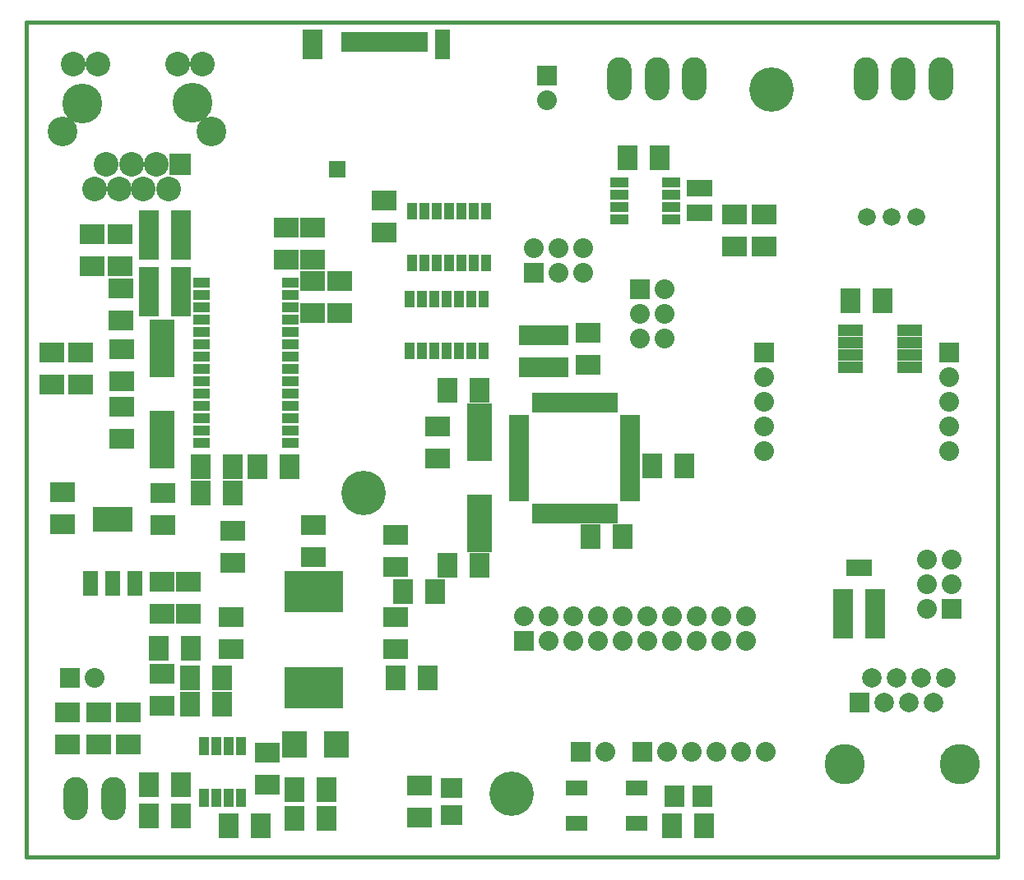
<source format=gts>
G04 (created by PCBNEW (2013-mar-13)-testing) date sam. 22 juin 2013 19:31:32 CEST*
%MOIN*%
G04 Gerber Fmt 3.4, Leading zero omitted, Abs format*
%FSLAX34Y34*%
G01*
G70*
G90*
G04 APERTURE LIST*
%ADD10C,0.005906*%
%ADD11C,0.015000*%
%ADD12R,0.047600X0.079100*%
%ADD13R,0.079100X0.122400*%
%ADD14R,0.059400X0.122400*%
%ADD15R,0.067200X0.067200*%
%ADD16R,0.098700X0.236500*%
%ADD17R,0.036000X0.080000*%
%ADD18R,0.080000X0.036000*%
%ADD19R,0.080000X0.100000*%
%ADD20R,0.100000X0.080000*%
%ADD21R,0.080000X0.080000*%
%ADD22C,0.080000*%
%ADD23R,0.082900X0.090900*%
%ADD24R,0.058000X0.070000*%
%ADD25R,0.118400X0.171600*%
%ADD26R,0.164000X0.100000*%
%ADD27R,0.060000X0.100000*%
%ADD28R,0.043600X0.075100*%
%ADD29R,0.070000X0.040000*%
%ADD30R,0.040000X0.065000*%
%ADD31R,0.090900X0.063300*%
%ADD32O,0.098000X0.176000*%
%ADD33C,0.161700*%
%ADD34R,0.090000X0.090000*%
%ADD35C,0.100000*%
%ADD36C,0.120000*%
%ADD37R,0.098700X0.110600*%
%ADD38R,0.090900X0.082900*%
%ADD39R,0.075100X0.043600*%
%ADD40R,0.100000X0.046000*%
%ADD41C,0.072000*%
%ADD42C,0.163700*%
%ADD43R,0.079100X0.079100*%
%ADD44C,0.079100*%
%ADD45C,0.180000*%
G04 APERTURE END LIST*
G54D10*
G54D11*
X52362Y-44488D02*
X12992Y-44488D01*
X52362Y-10629D02*
X52362Y-44488D01*
X52362Y-10629D02*
X12992Y-10629D01*
X12992Y-44488D02*
X12992Y-10629D01*
G54D12*
X25990Y-11430D03*
X26423Y-11430D03*
X26856Y-11430D03*
X27289Y-11430D03*
X27722Y-11430D03*
X28156Y-11430D03*
X28589Y-11430D03*
X29022Y-11430D03*
G54D13*
X24612Y-11509D03*
G54D14*
X29848Y-11509D03*
G54D15*
X25596Y-16588D03*
G54D16*
X31367Y-27238D03*
X31367Y-30938D03*
G54D17*
X35225Y-26051D03*
X34910Y-26051D03*
X34595Y-26051D03*
X34280Y-26051D03*
X33965Y-26051D03*
X33650Y-26051D03*
X35540Y-26051D03*
X35855Y-26051D03*
X36170Y-26051D03*
X36485Y-26051D03*
X36800Y-26051D03*
X35225Y-30551D03*
X34910Y-30551D03*
X34595Y-30551D03*
X34280Y-30551D03*
X33965Y-30551D03*
X33650Y-30551D03*
X35540Y-30551D03*
X35855Y-30551D03*
X36170Y-30551D03*
X36485Y-30551D03*
X36800Y-30551D03*
G54D18*
X32975Y-28301D03*
X37475Y-28301D03*
X32975Y-28616D03*
X37475Y-28616D03*
X37475Y-28931D03*
X32975Y-28931D03*
X32975Y-29246D03*
X37475Y-29246D03*
X37475Y-29561D03*
X32975Y-29561D03*
X32975Y-29876D03*
X37475Y-29876D03*
X37475Y-27986D03*
X32975Y-27986D03*
X32975Y-27671D03*
X37475Y-27671D03*
X37475Y-27356D03*
X32975Y-27356D03*
X32975Y-27041D03*
X37475Y-27041D03*
X37475Y-26726D03*
X32975Y-26726D03*
G54D19*
X46100Y-34100D03*
X47400Y-34100D03*
X46100Y-35100D03*
X47400Y-35100D03*
G54D20*
X34450Y-23300D03*
X34450Y-24600D03*
X35750Y-24500D03*
X35750Y-23200D03*
G54D19*
X39150Y-43225D03*
X40450Y-43225D03*
X37165Y-31496D03*
X35865Y-31496D03*
X31350Y-32650D03*
X30050Y-32650D03*
X31350Y-25550D03*
X30050Y-25550D03*
X38350Y-28600D03*
X39650Y-28600D03*
G54D20*
X29650Y-28300D03*
X29650Y-27000D03*
G54D21*
X42900Y-24025D03*
G54D22*
X42900Y-25025D03*
X42900Y-26025D03*
X42900Y-27025D03*
X42900Y-28025D03*
G54D21*
X50400Y-24025D03*
G54D22*
X50400Y-25025D03*
X50400Y-26025D03*
X50400Y-27025D03*
X50400Y-28025D03*
G54D21*
X35450Y-40200D03*
G54D22*
X36450Y-40200D03*
G54D21*
X37950Y-40200D03*
G54D22*
X38950Y-40200D03*
X39950Y-40200D03*
X40950Y-40200D03*
X41950Y-40200D03*
X42950Y-40200D03*
G54D23*
X40384Y-42000D03*
X39266Y-42000D03*
G54D21*
X50500Y-34425D03*
G54D22*
X49500Y-34425D03*
X50500Y-33425D03*
X49500Y-33425D03*
X50500Y-32425D03*
X49500Y-32425D03*
G54D21*
X37846Y-21440D03*
G54D22*
X38846Y-21440D03*
X37846Y-22440D03*
X38846Y-22440D03*
X37846Y-23440D03*
X38846Y-23440D03*
G54D24*
X47000Y-32750D03*
X46500Y-32750D03*
G54D25*
X24054Y-37628D03*
X25236Y-37628D03*
X25236Y-33710D03*
X24054Y-33710D03*
G54D26*
X16506Y-30768D03*
G54D27*
X16506Y-33368D03*
X17406Y-33368D03*
X15606Y-33368D03*
G54D28*
X21694Y-42073D03*
X21694Y-39973D03*
X21194Y-42073D03*
X20694Y-42073D03*
X20194Y-42073D03*
X21194Y-39973D03*
X20694Y-39973D03*
X20194Y-39973D03*
G54D29*
X23689Y-27685D03*
X23689Y-27185D03*
X23689Y-26685D03*
X23689Y-26185D03*
X23689Y-25685D03*
X23689Y-25185D03*
X23689Y-24685D03*
X23689Y-24185D03*
X23689Y-23685D03*
X23689Y-23185D03*
X23689Y-22685D03*
X23689Y-22185D03*
X23689Y-21685D03*
X23689Y-21185D03*
X20089Y-21185D03*
X20089Y-21685D03*
X20089Y-22185D03*
X20089Y-22685D03*
X20089Y-23185D03*
X20089Y-23685D03*
X20089Y-24185D03*
X20089Y-24685D03*
X20089Y-25185D03*
X20089Y-25685D03*
X20089Y-26185D03*
X20089Y-26685D03*
X20089Y-27185D03*
X20089Y-27685D03*
G54D30*
X28519Y-23934D03*
X29019Y-23934D03*
X29519Y-23934D03*
X30019Y-23934D03*
X30519Y-23934D03*
X31019Y-23934D03*
X31519Y-23934D03*
X31519Y-21834D03*
X31019Y-21834D03*
X30519Y-21834D03*
X30019Y-21834D03*
X29519Y-21834D03*
X29019Y-21834D03*
X28519Y-21834D03*
G54D19*
X20925Y-38287D03*
X19625Y-38287D03*
G54D20*
X18503Y-38346D03*
X18503Y-37046D03*
X18500Y-33325D03*
X18500Y-34625D03*
G54D19*
X23857Y-41732D03*
X25157Y-41732D03*
X19625Y-37204D03*
X20925Y-37204D03*
X19646Y-36023D03*
X18346Y-36023D03*
X21200Y-43208D03*
X22500Y-43208D03*
X23857Y-42913D03*
X25157Y-42913D03*
X28250Y-33700D03*
X29550Y-33700D03*
G54D20*
X21350Y-32550D03*
X21350Y-31250D03*
X27950Y-32700D03*
X27950Y-31400D03*
X24645Y-32303D03*
X24645Y-31003D03*
X17125Y-39921D03*
X17125Y-38621D03*
G54D19*
X17952Y-42814D03*
X19252Y-42814D03*
G54D20*
X24606Y-22401D03*
X24606Y-21101D03*
X16850Y-23864D03*
X16850Y-25164D03*
X16850Y-27526D03*
X16850Y-26226D03*
G54D19*
X19250Y-22050D03*
X17950Y-22050D03*
X19250Y-21050D03*
X17950Y-21050D03*
X20050Y-29700D03*
X21350Y-29700D03*
G54D20*
X16830Y-22697D03*
X16830Y-21397D03*
G54D19*
X21350Y-28650D03*
X20050Y-28650D03*
G54D20*
X23523Y-20236D03*
X23523Y-18936D03*
X25688Y-22401D03*
X25688Y-21101D03*
X19550Y-33325D03*
X19550Y-34625D03*
X24606Y-20236D03*
X24606Y-18936D03*
X15650Y-19200D03*
X15650Y-20500D03*
X16800Y-20500D03*
X16800Y-19200D03*
G54D19*
X17950Y-19750D03*
X19250Y-19750D03*
X17950Y-18750D03*
X19250Y-18750D03*
G54D20*
X14015Y-25322D03*
X14015Y-24022D03*
X15196Y-25322D03*
X15196Y-24022D03*
X15944Y-39921D03*
X15944Y-38621D03*
X18543Y-31004D03*
X18543Y-29704D03*
G54D19*
X17952Y-41535D03*
X19252Y-41535D03*
G54D20*
X33450Y-23300D03*
X33450Y-24600D03*
G54D19*
X29250Y-37225D03*
X27950Y-37225D03*
G54D20*
X27950Y-34750D03*
X27950Y-36050D03*
X14665Y-39921D03*
X14665Y-38621D03*
X21300Y-34750D03*
X21300Y-36050D03*
X22775Y-41550D03*
X22775Y-40250D03*
X27500Y-19150D03*
X27500Y-17850D03*
G54D31*
X35280Y-41672D03*
X37720Y-41672D03*
X37720Y-43128D03*
X35280Y-43128D03*
G54D16*
X18503Y-23845D03*
X18503Y-27545D03*
G54D21*
X33550Y-20775D03*
G54D22*
X33550Y-19775D03*
X34550Y-20775D03*
X34550Y-19775D03*
X35550Y-20775D03*
X35550Y-19775D03*
G54D21*
X14755Y-37204D03*
G54D22*
X15755Y-37204D03*
G54D32*
X14998Y-42125D03*
X16513Y-42125D03*
G54D33*
X15256Y-13898D03*
X19744Y-13879D03*
G54D34*
X19232Y-16379D03*
G54D35*
X18760Y-17383D03*
X18248Y-16379D03*
X17736Y-17383D03*
X17264Y-16379D03*
X16752Y-17383D03*
X16240Y-16379D03*
X15768Y-17383D03*
X20118Y-12304D03*
X19114Y-12304D03*
X15886Y-12304D03*
X14882Y-12304D03*
G54D36*
X20512Y-15060D03*
X14449Y-15060D03*
G54D37*
X25570Y-39921D03*
X23878Y-39921D03*
G54D38*
X30216Y-41665D03*
X30216Y-42783D03*
G54D20*
X28937Y-42874D03*
X28937Y-41574D03*
G54D39*
X39125Y-17113D03*
X37025Y-17113D03*
X39125Y-17613D03*
X39125Y-18113D03*
X39125Y-18613D03*
X37025Y-17613D03*
X37025Y-18113D03*
X37025Y-18613D03*
G54D19*
X38650Y-16125D03*
X37350Y-16125D03*
G54D24*
X40025Y-18350D03*
X40525Y-18350D03*
X40025Y-17350D03*
X40525Y-17350D03*
G54D20*
X41700Y-18400D03*
X41700Y-19700D03*
X42900Y-18400D03*
X42900Y-19700D03*
G54D30*
X28618Y-20391D03*
X29118Y-20391D03*
X29618Y-20391D03*
X30118Y-20391D03*
X30618Y-20391D03*
X31118Y-20391D03*
X31618Y-20391D03*
X31618Y-18291D03*
X31118Y-18291D03*
X30618Y-18291D03*
X30118Y-18291D03*
X29618Y-18291D03*
X29118Y-18291D03*
X28618Y-18291D03*
G54D19*
X23650Y-28650D03*
X22350Y-28650D03*
G54D20*
X14448Y-30964D03*
X14448Y-29664D03*
G54D40*
X46390Y-23100D03*
X46390Y-23600D03*
X46390Y-24100D03*
X46390Y-24600D03*
X48810Y-24600D03*
X48810Y-24100D03*
X48810Y-23600D03*
X48810Y-23100D03*
G54D19*
X46400Y-21900D03*
X47700Y-21900D03*
G54D32*
X40075Y-12925D03*
X38559Y-12925D03*
X37043Y-12925D03*
G54D21*
X34100Y-12775D03*
G54D22*
X34100Y-13775D03*
G54D32*
X50050Y-12925D03*
X48534Y-12925D03*
X47018Y-12925D03*
G54D21*
X33150Y-35700D03*
G54D22*
X33150Y-34700D03*
X34150Y-35700D03*
X34150Y-34700D03*
X35150Y-35700D03*
X35150Y-34700D03*
X36150Y-35700D03*
X36150Y-34700D03*
X37150Y-35700D03*
X37150Y-34700D03*
X38150Y-35700D03*
X38150Y-34700D03*
X39150Y-35700D03*
X39150Y-34700D03*
X40150Y-35700D03*
X40150Y-34700D03*
X41150Y-35700D03*
X41150Y-34700D03*
X42150Y-35700D03*
X42150Y-34700D03*
G54D41*
X49075Y-18525D03*
X48075Y-18525D03*
X47075Y-18525D03*
G54D42*
X50838Y-40700D03*
X46165Y-40700D03*
G54D43*
X46750Y-38200D03*
G54D44*
X47250Y-37200D03*
X47750Y-38200D03*
X48250Y-37200D03*
X48750Y-38200D03*
X49250Y-37200D03*
X49750Y-38200D03*
X50250Y-37200D03*
G54D45*
X26650Y-29700D03*
X43200Y-13350D03*
X32650Y-41925D03*
M02*

</source>
